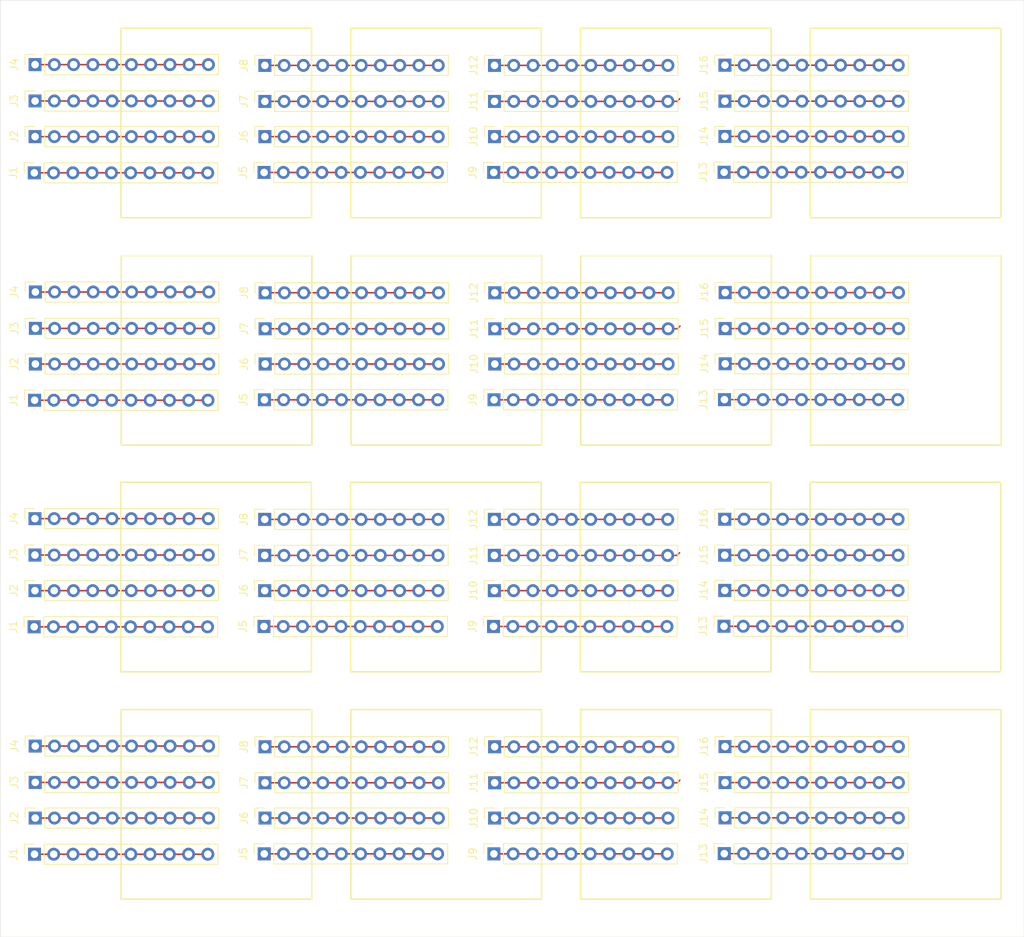
<source format=kicad_pcb>
(kicad_pcb (version 20240108) (generator "pcbnew") (generator_version "8.0")
  (layers (0 "F.Cu" signal) (31 "B.Cu" signal) (34 "B.Paste" user) (35 "F.Paste" user) (36 "B.SilkS" user "B.Silkscreen") (37 "F.SilkS" user "F.Silkscreen") (38 "B.Mask" user) (39 "F.Mask" user) (44 "Edge.Cuts" user))
  (net 0 "")
  (net 1 "Net-(J1-Pin_1)")
  (net 2 "Net-(J2-Pin_1)")
  (net 3 "Net-(J3-Pin_1)")
  (net 4 "Net-(J4-Pin_1)")
  (net 5 "Net-(J5-Pin_1)")
  (net 6 "Net-(J6-Pin_1)")
  (net 7 "Net-(J7-Pin_1)")
  (net 8 "Net-(J8-Pin_1)")
  (net 9 "Net-(J9-Pin_1)")
  (net 10 "Net-(J10-Pin_1)")
  (net 11 "Net-(J11-Pin_1)")
  (net 12 "Net-(J12-Pin_1)")
  (net 13 "Net-(J13-Pin_1)")
  (net 14 "Net-(J14-Pin_1)")
  (net 15 "Net-(J15-Pin_1)")
  (net 16 "Net-(J16-Pin_1)")
  (footprint "Connector_PinSocket_2.54mm:PinSocket_1x10_P2.54mm_Vertical" (layer "F.Cu") (at 186.28 129.575 90)
    (property "Reference" "J16")
    (property "Value" "Conn_01x10")
  )
  (footprint "Connector_PinSocket_2.54mm:PinSocket_1x10_P2.54mm_Vertical" (layer "F.Cu") (at 155.92 79.1 90)
    (property "Reference" "J10")
    (property "Value" "Conn_01x10")
  )
  (footprint "Connector_PinSocket_2.54mm:PinSocket_1x10_P2.54mm_Vertical" (layer "F.Cu") (at 155.78 53.825 90)
    (property "Reference" "J9")
    (property "Value" "Conn_01x10")
  )
  (footprint "Connector_PinSocket_2.54mm:PinSocket_1x10_P2.54mm_Vertical" (layer "F.Cu") (at 155.8 143.725 90)
    (property "Reference" "J9")
    (property "Value" "Conn_01x10")
  )
  (footprint "Connector_PinSocket_2.54mm:PinSocket_1x10_P2.54mm_Vertical" (layer "F.Cu") (at 95.2 53.875 90)
    (property "Reference" "J1")
    (property "Value" "Conn_01x10")
  )
  (footprint "Connector_PinSocket_2.54mm:PinSocket_1x10_P2.54mm_Vertical" (layer "F.Cu") (at 125.62 139 90)
    (property "Reference" "J6")
    (property "Value" "Conn_01x10")
  )
  (footprint "Connector_PinSocket_2.54mm:PinSocket_1x10_P2.54mm_Vertical" (layer "F.Cu") (at 125.6 44.45 90)
    (property "Reference" "J7")
    (property "Value" "Conn_01x10")
  )
  (footprint "Connector_PinSocket_2.54mm:PinSocket_1x10_P2.54mm_Vertical" (layer "F.Cu") (at 125.64 74.45 90)
    (property "Reference" "J7")
    (property "Value" "Conn_01x10")
  )
  (footprint "Connector_PinSocket_2.54mm:PinSocket_1x10_P2.54mm_Vertical" (layer "F.Cu") (at 155.9 129.6 90)
    (property "Reference" "J12")
    (property "Value" "Conn_01x10")
  )
  (footprint "Connector_PinSocket_2.54mm:PinSocket_1x10_P2.54mm_Vertical" (layer "F.Cu") (at 125.5 53.825 90)
    (property "Reference" "J5")
    (property "Value" "Conn_01x10")
  )
  (footprint "Connector_PinSocket_2.54mm:PinSocket_1x10_P2.54mm_Vertical" (layer "F.Cu") (at 186.26 39.675 90)
    (property "Reference" "J16")
    (property "Value" "Conn_01x10")
  )
  (footprint "Connector_PinSocket_2.54mm:PinSocket_1x10_P2.54mm_Vertical" (layer "F.Cu") (at 125.6 39.7 90)
    (property "Reference" "J8")
    (property "Value" "Conn_01x10")
  )
  (footprint "Connector_PinSocket_2.54mm:PinSocket_1x10_P2.54mm_Vertical" (layer "F.Cu") (at 155.86 109 90)
    (property "Reference" "J10")
    (property "Value" "Conn_01x10")
  )
  (footprint "Connector_PinSocket_2.54mm:PinSocket_1x10_P2.54mm_Vertical" (layer "F.Cu") (at 155.92 69.7 90)
    (property "Reference" "J12")
    (property "Value" "Conn_01x10")
  )
  (footprint "Connector_PinSocket_2.54mm:PinSocket_1x10_P2.54mm_Vertical" (layer "F.Cu") (at 155.88 44.45 90)
    (property "Reference" "J11")
    (property "Value" "Conn_01x10")
  )
  (footprint "Connector_PinSocket_2.54mm:PinSocket_1x10_P2.54mm_Vertical" (layer "F.Cu") (at 125.48 113.725 90)
    (property "Reference" "J5")
    (property "Value" "Conn_01x10")
  )
  (footprint "Connector_PinSocket_2.54mm:PinSocket_1x10_P2.54mm_Vertical" (layer "F.Cu") (at 95.32 139 90)
    (property "Reference" "J2")
    (property "Value" "Conn_01x10")
  )
  (footprint "Connector_PinSocket_2.54mm:PinSocket_1x10_P2.54mm_Vertical" (layer "F.Cu") (at 95.32 129.5 90)
    (property "Reference" "J4")
    (property "Value" "Conn_01x10")
  )
  (footprint "Connector_PinSocket_2.54mm:PinSocket_1x10_P2.54mm_Vertical" (layer "F.Cu") (at 125.62 129.6 90)
    (property "Reference" "J8")
    (property "Value" "Conn_01x10")
  )
  (footprint "Connector_PinSocket_2.54mm:PinSocket_1x10_P2.54mm_Vertical" (layer "F.Cu") (at 186.24 108.975 90)
    (property "Reference" "J14")
    (property "Value" "Conn_01x10")
  )
  (footprint "Connector_PinSocket_2.54mm:PinSocket_1x10_P2.54mm_Vertical" (layer "F.Cu") (at 186.26 49.075 90)
    (property "Reference" "J14")
    (property "Value" "Conn_01x10")
  )
  (footprint "Connector_PinSocket_2.54mm:PinSocket_1x10_P2.54mm_Vertical" (layer "F.Cu") (at 95.18 113.775 90)
    (property "Reference" "J1")
    (property "Value" "Conn_01x10")
  )
  (footprint "Connector_PinSocket_2.54mm:PinSocket_1x10_P2.54mm_Vertical" (layer "F.Cu") (at 186.18 143.7 90)
    (property "Reference" "J13")
    (property "Value" "Conn_01x10")
  )
  (footprint "Connector_PinSocket_2.54mm:PinSocket_1x10_P2.54mm_Vertical" (layer "F.Cu") (at 125.64 79.1 90)
    (property "Reference" "J6")
    (property "Value" "Conn_01x10")
  )
  (footprint "Connector_PinSocket_2.54mm:PinSocket_1x10_P2.54mm_Vertical" (layer "F.Cu") (at 155.92 74.45 90)
    (property "Reference" "J11")
    (property "Value" "Conn_01x10")
  )
  (footprint "Connector_PinSocket_2.54mm:PinSocket_1x10_P2.54mm_Vertical" (layer "F.Cu") (at 125.54 83.825 90)
    (property "Reference" "J5")
    (property "Value" "Conn_01x10")
  )
  (footprint "Connector_PinSocket_2.54mm:PinSocket_1x10_P2.54mm_Vertical" (layer "F.Cu") (at 155.9 139 90)
    (property "Reference" "J10")
    (property "Value" "Conn_01x10")
  )
  (footprint "Connector_PinSocket_2.54mm:PinSocket_1x10_P2.54mm_Vertical" (layer "F.Cu") (at 125.58 109 90)
    (property "Reference" "J6")
    (property "Value" "Conn_01x10")
  )
  (footprint "Connector_PinSocket_2.54mm:PinSocket_1x10_P2.54mm_Vertical" (layer "F.Cu") (at 155.86 99.6 90)
    (property "Reference" "J12")
    (property "Value" "Conn_01x10")
  )
  (footprint "Connector_PinSocket_2.54mm:PinSocket_1x10_P2.54mm_Vertical" (layer "F.Cu") (at 95.3 49.1 90)
    (property "Reference" "J2")
    (property "Value" "Conn_01x10")
  )
  (footprint "Connector_PinSocket_2.54mm:PinSocket_1x10_P2.54mm_Vertical" (layer "F.Cu") (at 186.28 134.325 90)
    (property "Reference" "J15")
    (property "Value" "Conn_01x10")
  )
  (footprint "Connector_PinSocket_2.54mm:PinSocket_1x10_P2.54mm_Vertical" (layer "F.Cu") (at 95.34 79.1 90)
    (property "Reference" "J2")
    (property "Value" "Conn_01x10")
  )
  (footprint "Connector_PinSocket_2.54mm:PinSocket_1x10_P2.54mm_Vertical" (layer "F.Cu") (at 125.62 134.35 90)
    (property "Reference" "J7")
    (property "Value" "Conn_01x10")
  )
  (footprint "Connector_PinSocket_2.54mm:PinSocket_1x10_P2.54mm_Vertical" (layer "F.Cu") (at 95.28 109 90)
    (property "Reference" "J2")
    (property "Value" "Conn_01x10")
  )
  (footprint "Connector_PinSocket_2.54mm:PinSocket_1x10_P2.54mm_Vertical" (layer "F.Cu") (at 95.24 83.875 90)
    (property "Reference" "J1")
    (property "Value" "Conn_01x10")
  )
  (footprint "Connector_PinSocket_2.54mm:PinSocket_1x10_P2.54mm_Vertical" (layer "F.Cu") (at 125.52 143.725 90)
    (property "Reference" "J5")
    (property "Value" "Conn_01x10")
  )
  (footprint "Connector_PinSocket_2.54mm:PinSocket_1x10_P2.54mm_Vertical" (layer "F.Cu") (at 186.16 53.8 90)
    (property "Reference" "J13")
    (property "Value" "Conn_01x10")
  )
  (footprint "Connector_PinSocket_2.54mm:PinSocket_1x10_P2.54mm_Vertical" (layer "F.Cu") (at 155.9 134.35 90)
    (property "Reference" "J11")
    (property "Value" "Conn_01x10")
  )
  (footprint "Connector_PinSocket_2.54mm:PinSocket_1x10_P2.54mm_Vertical" (layer "F.Cu") (at 95.32 134.3 90)
    (property "Reference" "J3")
    (property "Value" "Conn_01x10")
  )
  (footprint "Connector_PinSocket_2.54mm:PinSocket_1x10_P2.54mm_Vertical" (layer "F.Cu") (at 95.3 39.6 90)
    (property "Reference" "J4")
    (property "Value" "Conn_01x10")
  )
  (footprint "Connector_PinSocket_2.54mm:PinSocket_1x10_P2.54mm_Vertical" (layer "F.Cu") (at 186.3 74.425 90)
    (property "Reference" "J15")
    (property "Value" "Conn_01x10")
  )
  (footprint "Connector_PinSocket_2.54mm:PinSocket_1x10_P2.54mm_Vertical" (layer "F.Cu") (at 95.22 143.775 90)
    (property "Reference" "J1")
    (property "Value" "Conn_01x10")
  )
  (footprint "Connector_PinSocket_2.54mm:PinSocket_1x10_P2.54mm_Vertical" (layer "F.Cu") (at 125.64 69.7 90)
    (property "Reference" "J8")
    (property "Value" "Conn_01x10")
  )
  (footprint "Connector_PinSocket_2.54mm:PinSocket_1x10_P2.54mm_Vertical" (layer "F.Cu") (at 125.58 99.6 90)
    (property "Reference" "J8")
    (property "Value" "Conn_01x10")
  )
  (footprint "Connector_PinSocket_2.54mm:PinSocket_1x10_P2.54mm_Vertical" (layer "F.Cu") (at 186.24 99.575 90)
    (property "Reference" "J16")
    (property "Value" "Conn_01x10")
  )
  (footprint "Connector_PinSocket_2.54mm:PinSocket_1x10_P2.54mm_Vertical" (layer "F.Cu") (at 125.58 104.35 90)
    (property "Reference" "J7")
    (property "Value" "Conn_01x10")
  )
  (footprint "Connector_PinSocket_2.54mm:PinSocket_1x10_P2.54mm_Vertical" (layer "F.Cu") (at 155.86 104.35 90)
    (property "Reference" "J11")
    (property "Value" "Conn_01x10")
  )
  (footprint "Connector_PinSocket_2.54mm:PinSocket_1x10_P2.54mm_Vertical" (layer "F.Cu") (at 95.28 104.3 90)
    (property "Reference" "J3")
    (property "Value" "Conn_01x10")
  )
  (footprint "Connector_PinSocket_2.54mm:PinSocket_1x10_P2.54mm_Vertical" (layer "F.Cu") (at 155.82 83.825 90)
    (property "Reference" "J9")
    (property "Value" "Conn_01x10")
  )
  (footprint "Connector_PinSocket_2.54mm:PinSocket_1x10_P2.54mm_Vertical" (layer "F.Cu") (at 155.88 39.7 90)
    (property "Reference" "J12")
    (property "Value" "Conn_01x10")
  )
  (footprint "Connector_PinSocket_2.54mm:PinSocket_1x10_P2.54mm_Vertical" (layer "F.Cu") (at 186.24 104.325 90)
    (property "Reference" "J15")
    (property "Value" "Conn_01x10")
  )
  (footprint "Connector_PinSocket_2.54mm:PinSocket_1x10_P2.54mm_Vertical" (layer "F.Cu") (at 95.34 74.4 90)
    (property "Reference" "J3")
    (property "Value" "Conn_01x10")
  )
  (footprint "Connector_PinSocket_2.54mm:PinSocket_1x10_P2.54mm_Vertical" (layer "F.Cu") (at 186.2 83.8 90)
    (property "Reference" "J13")
    (property "Value" "Conn_01x10")
  )
  (footprint "Connector_PinSocket_2.54mm:PinSocket_1x10_P2.54mm_Vertical" (layer "F.Cu") (at 186.14 113.7 90)
    (property "Reference" "J13")
    (property "Value" "Conn_01x10")
  )
  (footprint "Connector_PinSocket_2.54mm:PinSocket_1x10_P2.54mm_Vertical" (layer "F.Cu") (at 186.3 79.075 90)
    (property "Reference" "J14")
    (property "Value" "Conn_01x10")
  )
  (footprint "Connector_PinSocket_2.54mm:PinSocket_1x10_P2.54mm_Vertical" (layer "F.Cu") (at 186.3 69.675 90)
    (property "Reference" "J16")
    (property "Value" "Conn_01x10")
  )
  (footprint "Connector_PinSocket_2.54mm:PinSocket_1x10_P2.54mm_Vertical" (layer "F.Cu") (at 95.34 69.6 90)
    (property "Reference" "J4")
    (property "Value" "Conn_01x10")
  )
  (footprint "Connector_PinSocket_2.54mm:PinSocket_1x10_P2.54mm_Vertical" (layer "F.Cu") (at 186.28 138.975 90)
    (property "Reference" "J14")
    (property "Value" "Conn_01x10")
  )
  (footprint "Connector_PinSocket_2.54mm:PinSocket_1x10_P2.54mm_Vertical" (layer "F.Cu") (at 186.26 44.425 90)
    (property "Reference" "J15")
    (property "Value" "Conn_01x10")
  )
  (footprint "Connector_PinSocket_2.54mm:PinSocket_1x10_P2.54mm_Vertical" (layer "F.Cu") (at 125.6 49.1 90)
    (property "Reference" "J6")
    (property "Value" "Conn_01x10")
  )
  (footprint "Connector_PinSocket_2.54mm:PinSocket_1x10_P2.54mm_Vertical" (layer "F.Cu") (at 95.28 99.5 90)
    (property "Reference" "J4")
    (property "Value" "Conn_01x10")
  )
  (footprint "Connector_PinSocket_2.54mm:PinSocket_1x10_P2.54mm_Vertical" (layer "F.Cu") (at 155.76 113.725 90)
    (property "Reference" "J9")
    (property "Value" "Conn_01x10")
  )
  (footprint "Connector_PinSocket_2.54mm:PinSocket_1x10_P2.54mm_Vertical" (layer "F.Cu") (at 95.3 44.4 90)
    (property "Reference" "J3")
    (property "Value" "Conn_01x10")
  )
  (footprint "Connector_PinSocket_2.54mm:PinSocket_1x10_P2.54mm_Vertical" (layer "F.Cu") (at 155.88 49.1 90)
    (property "Reference" "J10")
    (property "Value" "Conn_01x10")
  )
  (gr_line (start 167.22 59.8) (end 167.22 34.8) (stroke (width 0.2)) (layer "F.SilkS"))
  (gr_line (start 222.58 124.7) (end 197.58 124.7) (stroke (width 0.2)) (layer "F.SilkS"))
  (gr_line (start 131.8 64.8) (end 131.8 89.8) (stroke (width 0.2)) (layer "F.SilkS"))
  (gr_line (start 136.98 149.7) (end 161.98 149.7) (stroke (width 0.2)) (layer "F.SilkS"))
  (gr_line (start 167.2 119.7) (end 167.2 94.7) (stroke (width 0.2)) (layer "F.SilkS"))
  (gr_line (start 197.54 119.7) (end 222.54 119.7) (stroke (width 0.2)) (layer "F.SilkS"))
  (gr_line (start 131.78 124.7) (end 131.78 149.7) (stroke (width 0.2)) (layer "F.SilkS"))
  (gr_line (start 106.6 119.7) (end 106.6 94.7) (stroke (width 0.2)) (layer "F.SilkS"))
  (gr_line (start 161.96 34.8) (end 136.96 34.8) (stroke (width 0.2)) (layer "F.SilkS"))
  (gr_line (start 197.52 59.8) (end 197.52 34.8) (stroke (width 0.2)) (layer "F.SilkS"))
  (gr_line (start 197.56 59.8) (end 222.56 59.8) (stroke (width 0.2)) (layer "F.SilkS"))
  (gr_line (start 197.5 119.7) (end 197.5 94.7) (stroke (width 0.2)) (layer "F.SilkS"))
  (gr_line (start 131.68 124.7) (end 106.68 124.7) (stroke (width 0.2)) (layer "F.SilkS"))
  (gr_line (start 197.58 149.7) (end 222.58 149.7) (stroke (width 0.2)) (layer "F.SilkS"))
  (gr_line (start 131.66 34.8) (end 106.66 34.8) (stroke (width 0.2)) (layer "F.SilkS"))
  (gr_line (start 222.7 64.8) (end 222.7 89.8) (stroke (width 0.2)) (layer "F.SilkS"))
  (gr_line (start 136.94 149.7) (end 136.94 124.7) (stroke (width 0.2)) (layer "F.SilkS"))
  (gr_line (start 161.98 124.7) (end 136.98 124.7) (stroke (width 0.2)) (layer "F.SilkS"))
  (gr_line (start 192.28 124.7) (end 167.28 124.7) (stroke (width 0.2)) (layer "F.SilkS"))
  (gr_line (start 131.76 34.8) (end 131.76 59.8) (stroke (width 0.2)) (layer "F.SilkS"))
  (gr_line (start 192.38 124.7) (end 192.38 149.7) (stroke (width 0.2)) (layer "F.SilkS"))
  (gr_line (start 192.34 94.7) (end 192.34 119.7) (stroke (width 0.2)) (layer "F.SilkS"))
  (gr_line (start 106.7 89.8) (end 131.7 89.8) (stroke (width 0.2)) (layer "F.SilkS"))
  (gr_line (start 167.3 89.8) (end 192.3 89.8) (stroke (width 0.2)) (layer "F.SilkS"))
  (gr_line (start 167.26 59.8) (end 192.26 59.8) (stroke (width 0.2)) (layer "F.SilkS"))
  (gr_line (start 162.06 34.8) (end 162.06 59.8) (stroke (width 0.2)) (layer "F.SilkS"))
  (gr_line (start 192.4 64.8) (end 192.4 89.8) (stroke (width 0.2)) (layer "F.SilkS"))
  (gr_line (start 162.08 124.7) (end 162.08 149.7) (stroke (width 0.2)) (layer "F.SilkS"))
  (gr_line (start 222.6 64.8) (end 197.6 64.8) (stroke (width 0.2)) (layer "F.SilkS"))
  (gr_line (start 136.94 119.7) (end 161.94 119.7) (stroke (width 0.2)) (layer "F.SilkS"))
  (gr_line (start 106.66 59.8) (end 131.66 59.8) (stroke (width 0.2)) (layer "F.SilkS"))
  (gr_line (start 106.68 149.7) (end 131.68 149.7) (stroke (width 0.2)) (layer "F.SilkS"))
  (gr_line (start 137 89.8) (end 162 89.8) (stroke (width 0.2)) (layer "F.SilkS"))
  (gr_line (start 161.94 94.7) (end 136.94 94.7) (stroke (width 0.2)) (layer "F.SilkS"))
  (gr_line (start 192.24 94.7) (end 167.24 94.7) (stroke (width 0.2)) (layer "F.SilkS"))
  (gr_line (start 222.56 34.8) (end 197.56 34.8) (stroke (width 0.2)) (layer "F.SilkS"))
  (gr_line (start 162.04 94.7) (end 162.04 119.7) (stroke (width 0.2)) (layer "F.SilkS"))
  (gr_line (start 167.24 149.7) (end 167.24 124.7) (stroke (width 0.2)) (layer "F.SilkS"))
  (gr_line (start 131.74 94.7) (end 131.74 119.7) (stroke (width 0.2)) (layer "F.SilkS"))
  (gr_line (start 131.64 94.7) (end 106.64 94.7) (stroke (width 0.2)) (layer "F.SilkS"))
  (gr_line (start 167.24 119.7) (end 192.24 119.7) (stroke (width 0.2)) (layer "F.SilkS"))
  (gr_line (start 192.36 34.8) (end 192.36 59.8) (stroke (width 0.2)) (layer "F.SilkS"))
  (gr_line (start 106.66 89.8) (end 106.66 64.8) (stroke (width 0.2)) (layer "F.SilkS"))
  (gr_line (start 136.92 59.8) (end 136.92 34.8) (stroke (width 0.2)) (layer "F.SilkS"))
  (gr_line (start 197.56 89.8) (end 197.56 64.8) (stroke (width 0.2)) (layer "F.SilkS"))
  (gr_line (start 167.28 149.7) (end 192.28 149.7) (stroke (width 0.2)) (layer "F.SilkS"))
  (gr_line (start 192.3 64.8) (end 167.3 64.8) (stroke (width 0.2)) (layer "F.SilkS"))
  (gr_line (start 162.1 64.8) (end 162.1 89.8) (stroke (width 0.2)) (layer "F.SilkS"))
  (gr_line (start 131.7 64.8) (end 106.7 64.8) (stroke (width 0.2)) (layer "F.SilkS"))
  (gr_line (start 136.9 119.7) (end 136.9 94.7) (stroke (width 0.2)) (layer "F.SilkS"))
  (gr_line (start 222.54 94.7) (end 197.54 94.7) (stroke (width 0.2)) (layer "F.SilkS"))
  (gr_line (start 197.6 89.8) (end 222.6 89.8) (stroke (width 0.2)) (layer "F.SilkS"))
  (gr_line (start 106.64 119.7) (end 131.64 119.7) (stroke (width 0.2)) (layer "F.SilkS"))
  (gr_line (start 222.64 94.7) (end 222.64 119.7) (stroke (width 0.2)) (layer "F.SilkS"))
  (gr_line (start 162 64.8) (end 137 64.8) (stroke (width 0.2)) (layer "F.SilkS"))
  (gr_line (start 136.96 89.8) (end 136.96 64.8) (stroke (width 0.2)) (layer "F.SilkS"))
  (gr_line (start 136.96 59.8) (end 161.96 59.8) (stroke (width 0.2)) (layer "F.SilkS"))
  (gr_line (start 167.26 89.8) (end 167.26 64.8) (stroke (width 0.2)) (layer "F.SilkS"))
  (gr_line (start 192.26 34.8) (end 167.26 34.8) (stroke (width 0.2)) (layer "F.SilkS"))
  (gr_line (start 106.64 149.7) (end 106.64 124.7) (stroke (width 0.2)) (layer "F.SilkS"))
  (gr_line (start 222.66 34.8) (end 222.66 59.8) (stroke (width 0.2)) (layer "F.SilkS"))
  (gr_line (start 197.54 149.7) (end 197.54 124.7) (stroke (width 0.2)) (layer "F.SilkS"))
  (gr_line (start 106.62 59.8) (end 106.62 34.8) (stroke (width 0.2)) (layer "F.SilkS"))
  (gr_line (start 222.68 124.7) (end 222.68 149.7) (stroke (width 0.2)) (layer "F.SilkS"))
  (gr_rect (start 90.7 31.1) (end 225.7 154.7) (stroke (width 0.05)) (fill none) (layer "Edge.Cuts"))
  (segment (start 95.24 83.875) (end 118.1 83.875) (width 0.2) (layer "F.Cu") (net 1))
  (segment (start 95.2 53.875) (end 118.06 53.875) (width 0.2) (layer "F.Cu") (net 1))
  (segment (start 95.18 113.775) (end 118.04 113.775) (width 0.2) (layer "F.Cu") (net 1))
  (segment (start 95.22 143.775) (end 118.08 143.775) (width 0.2) (layer "F.Cu") (net 1))
  (segment (start 95.32 139) (end 118.18 139) (width 0.2) (layer "F.Cu") (net 2))
  (segment (start 95.3 49.1) (end 118.16 49.1) (width 0.2) (layer "F.Cu") (net 2))
  (segment (start 95.34 79.1) (end 118.2 79.1) (width 0.2) (layer "F.Cu") (net 2))
  (segment (start 95.28 109) (end 118.14 109) (width 0.2) (layer "F.Cu") (net 2))
  (segment (start 95.3 44.4) (end 118.16 44.4) (width 0.2) (layer "F.Cu") (net 3))
  (segment (start 95.32 134.3) (end 118.18 134.3) (width 0.2) (layer "F.Cu") (net 3))
  (segment (start 95.34 74.4) (end 118.2 74.4) (width 0.2) (layer "F.Cu") (net 3))
  (segment (start 95.28 104.3) (end 118.14 104.3) (width 0.2) (layer "F.Cu") (net 3))
  (segment (start 95.32 129.5) (end 118.18 129.5) (width 0.2) (layer "F.Cu") (net 4))
  (segment (start 95.28 99.5) (end 118.14 99.5) (width 0.2) (layer "F.Cu") (net 4))
  (segment (start 95.34 69.6) (end 118.2 69.6) (width 0.2) (layer "F.Cu") (net 4))
  (segment (start 95.3 39.6) (end 118.16 39.6) (width 0.2) (layer "F.Cu") (net 4))
  (segment (start 125.52 143.725) (end 148.38 143.725) (width 0.2) (layer "F.Cu") (net 5))
  (segment (start 125.48 113.725) (end 148.34 113.725) (width 0.2) (layer "F.Cu") (net 5))
  (segment (start 125.5 53.825) (end 148.36 53.825) (width 0.2) (layer "F.Cu") (net 5))
  (segment (start 125.54 83.825) (end 148.4 83.825) (width 0.2) (layer "F.Cu") (net 5))
  (segment (start 125.6 49.1) (end 148.46 49.1) (width 0.2) (layer "F.Cu") (net 6))
  (segment (start 125.64 79.1) (end 148.5 79.1) (width 0.2) (layer "F.Cu") (net 6))
  (segment (start 125.62 139) (end 148.48 139) (width 0.2) (layer "F.Cu") (net 6))
  (segment (start 125.58 109) (end 148.44 109) (width 0.2) (layer "F.Cu") (net 6))
  (segment (start 125.64 74.45) (end 148.5 74.45) (width 0.2) (layer "F.Cu") (net 7))
  (segment (start 125.58 104.35) (end 148.44 104.35) (width 0.2) (layer "F.Cu") (net 7))
  (segment (start 125.62 134.35) (end 148.48 134.35) (width 0.2) (layer "F.Cu") (net 7))
  (segment (start 125.6 44.45) (end 148.46 44.45) (width 0.2) (layer "F.Cu") (net 7))
  (segment (start 125.62 129.6) (end 148.48 129.6) (width 0.2) (layer "F.Cu") (net 8))
  (segment (start 125.64 69.7) (end 148.5 69.7) (width 0.2) (layer "F.Cu") (net 8))
  (segment (start 125.6 39.7) (end 148.46 39.7) (width 0.2) (layer "F.Cu") (net 8))
  (segment (start 125.58 99.6) (end 148.44 99.6) (width 0.2) (layer "F.Cu") (net 8))
  (segment (start 155.76 113.725) (end 178.62 113.725) (width 0.2) (layer "F.Cu") (net 9))
  (segment (start 155.82 83.825) (end 178.68 83.825) (width 0.2) (layer "F.Cu") (net 9))
  (segment (start 155.78 53.825) (end 178.64 53.825) (width 0.2) (layer "F.Cu") (net 9))
  (segment (start 155.8 143.725) (end 178.66 143.725) (width 0.2) (layer "F.Cu") (net 9))
  (segment (start 155.9 139) (end 178.76 139) (width 0.2) (layer "F.Cu") (net 10))
  (segment (start 155.86 109) (end 178.72 109) (width 0.2) (layer "F.Cu") (net 10))
  (segment (start 155.88 49.1) (end 178.74 49.1) (width 0.2) (layer "F.Cu") (net 10))
  (segment (start 155.92 79.1) (end 178.78 79.1) (width 0.2) (layer "F.Cu") (net 10))
  (segment (start 179.95 44.45) (end 180.3 44.1) (width 0.2) (layer "F.Cu") (net 11))
  (segment (start 155.92 74.45) (end 179.99 74.45) (width 0.2) (layer "F.Cu") (net 11))
  (segment (start 155.9 134.35) (end 179.97 134.35) (width 0.2) (layer "F.Cu") (net 11))
  (segment (start 155.86 104.35) (end 179.93 104.35) (width 0.2) (layer "F.Cu") (net 11))
  (segment (start 155.88 44.45) (end 179.95 44.45) (width 0.2) (layer "F.Cu") (net 11))
  (segment (start 179.97 134.35) (end 180.32 134) (width 0.2) (layer "F.Cu") (net 11))
  (segment (start 179.93 104.35) (end 180.28 104) (width 0.2) (layer "F.Cu") (net 11))
  (segment (start 179.99 74.45) (end 180.34 74.1) (width 0.2) (layer "F.Cu") (net 11))
  (segment (start 155.9 129.6) (end 178.76 129.6) (width 0.2) (layer "F.Cu") (net 12))
  (segment (start 155.86 99.6) (end 178.72 99.6) (width 0.2) (layer "F.Cu") (net 12))
  (segment (start 155.88 39.7) (end 178.74 39.7) (width 0.2) (layer "F.Cu") (net 12))
  (segment (start 155.92 69.7) (end 178.78 69.7) (width 0.2) (layer "F.Cu") (net 12))
  (segment (start 186.18 143.7) (end 209.04 143.7) (width 0.2) (layer "F.Cu") (net 13))
  (segment (start 186.14 113.7) (end 209 113.7) (width 0.2) (layer "F.Cu") (net 13))
  (segment (start 186.16 53.8) (end 209.02 53.8) (width 0.2) (layer "F.Cu") (net 13))
  (segment (start 186.2 83.8) (end 209.06 83.8) (width 0.2) (layer "F.Cu") (net 13))
  (segment (start 186.24 108.975) (end 209.1 108.975) (width 0.2) (layer "F.Cu") (net 14))
  (segment (start 186.3 79.075) (end 209.16 79.075) (width 0.2) (layer "F.Cu") (net 14))
  (segment (start 186.26 49.075) (end 209.12 49.075) (width 0.2) (layer "F.Cu") (net 14))
  (segment (start 186.28 138.975) (end 209.14 138.975) (width 0.2) (layer "F.Cu") (net 14))
  (segment (start 186.3 74.425) (end 209.16 74.425) (width 0.2) (layer "F.Cu") (net 15))
  (segment (start 186.28 134.325) (end 209.14 134.325) (width 0.2) (layer "F.Cu") (net 15))
  (segment (start 186.26 44.425) (end 209.12 44.425) (width 0.2) (layer "F.Cu") (net 15))
  (segment (start 186.24 104.325) (end 209.1 104.325) (width 0.2) (layer "F.Cu") (net 15))
  (segment (start 186.24 99.575) (end 209.1 99.575) (width 0.2) (layer "F.Cu") (net 16))
  (segment (start 186.26 39.675) (end 209.12 39.675) (width 0.2) (layer "F.Cu") (net 16))
  (segment (start 186.3 69.675) (end 209.16 69.675) (width 0.2) (layer "F.Cu") (net 16))
  (segment (start 186.28 129.575) (end 209.14 129.575) (width 0.2) (layer "F.Cu") (net 16))
)
</source>
